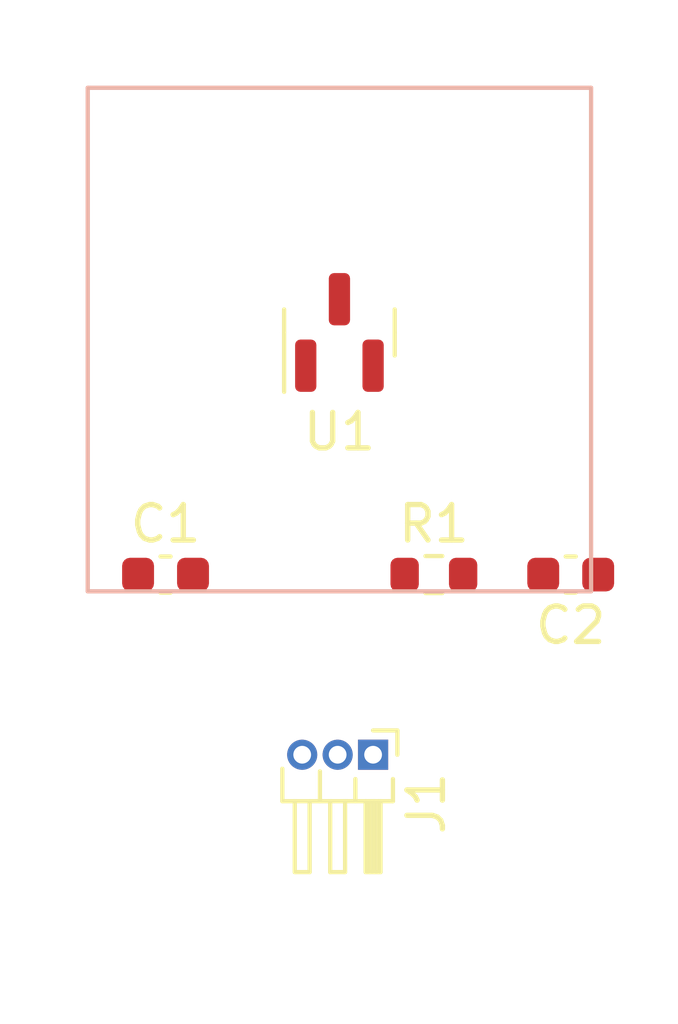
<source format=kicad_pcb>
(kicad_pcb (version 20240108) (generator "pcbnew") (generator_version "8.0")
  (layers (0 "F.Cu" signal) (31 "B.Cu" signal) (34 "B.Paste" user) (35 "F.Paste" user) (36 "B.SilkS" user "B.Silkscreen") (37 "F.SilkS" user "F.Silkscreen") (38 "B.Mask" user) (39 "F.Mask" user) (44 "Edge.Cuts" user))
  (net 0 "")
  (net 1 "V_AREF")
  (net 2 "GNDA")
  (net 3 "Net-(U1-OUT)")
  (net 4 "OUT")
  (footprint "Udong:SW_Cherry_MX_PCB_1.00u_hall_effect" (layer "F.Cu") (at 27.94 27.94 180)
    (property "Reference" "U1" (at 0 -2.6 360) (layer "F.SilkS"))
    (property "Value" "DRV5056A1xQDBZxR")
    (fp_line (start 7.1 7.1) (end 7.1 -7.1) (stroke (width 0.12)) (layer "B.SilkS"))
    (fp_line (start 7.1 -7.1) (end -7.1 -7.1) (stroke (width 0.12)) (layer "B.SilkS"))
    (fp_line (start -7.1 7.1) (end 7.1 7.1) (stroke (width 0.12)) (layer "B.SilkS"))
    (fp_line (start -7.1 -7.1) (end -7.1 7.1) (stroke (width 0.12)) (layer "B.SilkS"))
    (fp_line (start 1.56 0.2) (end 1.56 0.85) (stroke (width 0.12)) (layer "F.SilkS"))
    (fp_line (start 1.56 0.2) (end 1.56 -1.475) (stroke (width 0.12)) (layer "F.SilkS"))
    (fp_line (start -1.56 0.2) (end -1.56 0.85) (stroke (width 0.12)) (layer "F.SilkS"))
    (fp_line (start -1.56 0.2) (end -1.56 -0.45) (stroke (width 0.12)) (layer "F.SilkS"))
    (pad "" np_thru_hole circle (at -5.08 0 180) (size 1.75 1.75) (drill 1.75) (layers "*.Cu" "*.Mask"))
    (pad "" np_thru_hole circle (at 5.08 0 180) (size 1.75 1.75) (drill 1.75) (layers "*.Cu" "*.Mask"))
    (pad "1" smd roundrect (at 0.95 -0.7375 90) (size 1.475 0.6) (layers "F.Cu" "F.Paste" "F.Mask") (net 1 "V_AREF"))
    (pad "2" smd roundrect (at -0.95 -0.7375 90) (size 1.475 0.6) (layers "F.Cu" "F.Paste" "F.Mask") (net 3 "Net-(U1-OUT)"))
    (pad "3" smd roundrect (at 0 1.1375 90) (size 1.475 0.6) (layers "F.Cu" "F.Paste" "F.Mask") (net 2 "GNDA"))
  )
  (footprint "Resistor_SMD:R_0603_1608Metric" (layer "F.Cu") (at 30.605 34.568)
    (property "Reference" "R1" (at 0 -1.43 0) (layer "F.SilkS"))
    (property "Value" "100")
    (fp_line (start -0.237258 -0.5225) (end 0.237258 -0.5225) (stroke (width 0.12)) (layer "F.SilkS"))
    (fp_line (start -0.237258 0.5225) (end 0.237258 0.5225) (stroke (width 0.12)) (layer "F.SilkS"))
    (pad "1" smd roundrect (at -0.825 0) (size 0.8 0.95) (layers "F.Cu" "F.Paste" "F.Mask") (net 3 "Net-(U1-OUT)"))
    (pad "2" smd roundrect (at 0.825 0) (size 0.8 0.95) (layers "F.Cu" "F.Paste" "F.Mask") (net 4 "OUT"))
  )
  (footprint "Capacitor_SMD:C_0603_1608Metric" (layer "F.Cu") (at 23.035 34.568)
    (property "Reference" "C1" (at 0 -1.43 0) (layer "F.SilkS"))
    (property "Value" "1uF")
    (fp_line (start -0.14058 -0.51) (end 0.14058 -0.51) (stroke (width 0.12)) (layer "F.SilkS"))
    (fp_line (start -0.14058 0.51) (end 0.14058 0.51) (stroke (width 0.12)) (layer "F.SilkS"))
    (pad "1" smd roundrect (at -0.775 0) (size 0.9 0.95) (layers "F.Cu" "F.Paste" "F.Mask") (net 2 "GNDA"))
    (pad "2" smd roundrect (at 0.775 0) (size 0.9 0.95) (layers "F.Cu" "F.Paste" "F.Mask") (net 1 "V_AREF"))
  )
  (footprint "Capacitor_SMD:C_0603_1608Metric" (layer "F.Cu") (at 34.465 34.568 180)
    (property "Reference" "C2" (at 0 -1.43 360) (layer "F.SilkS"))
    (property "Value" "1uF")
    (fp_line (start -0.14058 0.51) (end 0.14058 0.51) (stroke (width 0.12)) (layer "F.SilkS"))
    (fp_line (start -0.14058 -0.51) (end 0.14058 -0.51) (stroke (width 0.12)) (layer "F.SilkS"))
    (pad "1" smd roundrect (at -0.775 0 180) (size 0.9 0.95) (layers "F.Cu" "F.Paste" "F.Mask") (net 2 "GNDA"))
    (pad "2" smd roundrect (at 0.775 0 180) (size 0.9 0.95) (layers "F.Cu" "F.Paste" "F.Mask") (net 4 "OUT"))
  )
  (footprint "Connector_PinHeader_1.00mm:PinHeader_1x03_P1.00mm_Horizontal" (layer "F.Cu") (at 28.89 39.648 -90)
    (property "Reference" "J1" (at 1.375 -1.5 90) (layer "F.SilkS"))
    (property "Value" "Conn_01x03_Pin")
    (fp_line (start 1.31 2.56) (end 0.394493 2.56) (stroke (width 0.12)) (layer "F.SilkS"))
    (fp_line (start 3.31 2.21) (end 1.31 2.21) (stroke (width 0.12)) (layer "F.SilkS"))
    (fp_line (start 1.31 1.79) (end 3.31 1.79) (stroke (width 0.12)) (layer "F.SilkS"))
    (fp_line (start 3.31 1.79) (end 3.31 2.21) (stroke (width 0.12)) (layer "F.SilkS"))
    (fp_line (start 0.468215 1.5) (end 1.31 1.5) (stroke (width 0.12)) (layer "F.SilkS"))
    (fp_line (start 3.31 1.21) (end 1.31 1.21) (stroke (width 0.12)) (layer "F.SilkS"))
    (fp_line (start 1.31 0.79) (end 3.31 0.79) (stroke (width 0.12)) (layer "F.SilkS"))
    (fp_line (start 3.31 0.79) (end 3.31 1.21) (stroke (width 0.12)) (layer "F.SilkS"))
    (fp_line (start 0.685 0.5) (end 1.31 0.5) (stroke (width 0.12)) (layer "F.SilkS"))
    (fp_line (start 3.31 0.21) (end 1.31 0.21) (stroke (width 0.12)) (layer "F.SilkS"))
    (fp_line (start 1.31 0.09) (end 3.31 0.09) (stroke (width 0.12)) (layer "F.SilkS"))
    (fp_line (start -0.685 0) (end -0.685 -0.685) (stroke (width 0.12)) (layer "F.SilkS"))
    (fp_line (start 1.31 -0.03) (end 3.31 -0.03) (stroke (width 0.12)) (layer "F.SilkS"))
    (fp_line (start 1.31 -0.15) (end 3.31 -0.15) (stroke (width 0.12)) (layer "F.SilkS"))
    (fp_line (start 1.31 -0.21) (end 3.31 -0.21) (stroke (width 0.12)) (layer "F.SilkS"))
    (fp_line (start 3.31 -0.21) (end 3.31 0.21) (stroke (width 0.12)) (layer "F.SilkS"))
    (fp_line (start 0.685 -0.56) (end 1.31 -0.56) (stroke (width 0.12)) (layer "F.SilkS"))
    (fp_line (start 1.31 -0.56) (end 1.31 2.56) (stroke (width 0.12)) (layer "F.SilkS"))
    (fp_line (start -0.685 -0.685) (end 0 -0.685) (stroke (width 0.12)) (layer "F.SilkS"))
    (pad "1" thru_hole rect (at 0 0 270) (size 0.85 0.85) (drill 0.5) (layers "*.Cu" "*.Mask") (net 4 "OUT"))
    (pad "2" thru_hole oval (at 0 1 270) (size 0.85 0.85) (drill 0.5) (layers "*.Cu" "*.Mask") (net 1 "V_AREF"))
    (pad "3" thru_hole oval (at 0 2 270) (size 0.85 0.85) (drill 0.5) (layers "*.Cu" "*.Mask") (net 2 "GNDA"))
  )
)
</source>
